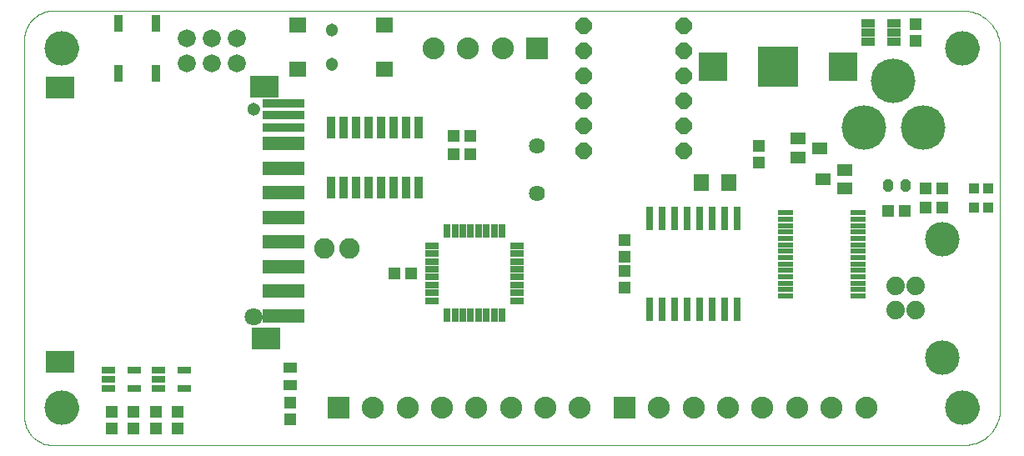
<source format=gts>
G75*
G70*
%OFA0B0*%
%FSLAX24Y24*%
%IPPOS*%
%LPD*%
%AMOC8*
5,1,8,0,0,1.08239X$1,22.5*
%
%ADD10C,0.0000*%
%ADD11C,0.0640*%
%ADD12R,0.0513X0.0474*%
%ADD13R,0.0552X0.0395*%
%ADD14R,0.0474X0.0513*%
%ADD15R,0.0340X0.0880*%
%ADD16R,0.0552X0.0297*%
%ADD17R,0.1182X0.0867*%
%ADD18R,0.1655X0.0356*%
%ADD19R,0.1655X0.0552*%
%ADD20C,0.0513*%
%ADD21C,0.0710*%
%ADD22R,0.1175X0.1175*%
%ADD23R,0.1640X0.1640*%
%ADD24C,0.1380*%
%ADD25R,0.0380X0.0680*%
%ADD26R,0.0880X0.0880*%
%ADD27C,0.0880*%
%ADD28OC8,0.0640*%
%ADD29C,0.0720*%
%ADD30R,0.0316X0.0946*%
%ADD31C,0.0820*%
%ADD32R,0.0710X0.0631*%
%ADD33R,0.0300X0.0580*%
%ADD34R,0.0580X0.0300*%
%ADD35C,0.1780*%
%ADD36R,0.0630X0.0217*%
%ADD37R,0.0395X0.0395*%
%ADD38R,0.0631X0.0474*%
%ADD39C,0.0347*%
%ADD40R,0.0560X0.0325*%
%ADD41C,0.0740*%
%ADD42R,0.0631X0.0710*%
D10*
X001221Y000205D02*
X037671Y000205D01*
X037746Y000207D01*
X037820Y000213D01*
X037894Y000223D01*
X037967Y000236D01*
X038040Y000254D01*
X038111Y000275D01*
X038182Y000300D01*
X038251Y000328D01*
X038318Y000360D01*
X038384Y000396D01*
X038447Y000435D01*
X038509Y000477D01*
X038568Y000523D01*
X038625Y000571D01*
X038679Y000622D01*
X038730Y000676D01*
X038778Y000733D01*
X038824Y000792D01*
X038866Y000854D01*
X038905Y000918D01*
X038941Y000983D01*
X038973Y001050D01*
X039001Y001119D01*
X039026Y001190D01*
X039047Y001261D01*
X039065Y001334D01*
X039078Y001407D01*
X039088Y001481D01*
X039094Y001555D01*
X039096Y001630D01*
X039096Y016096D01*
X039094Y016171D01*
X039088Y016246D01*
X039079Y016320D01*
X039066Y016394D01*
X039049Y016467D01*
X039028Y016539D01*
X039004Y016610D01*
X038976Y016679D01*
X038945Y016747D01*
X038910Y016814D01*
X038872Y016878D01*
X038831Y016941D01*
X038787Y017001D01*
X038739Y017059D01*
X038689Y017115D01*
X038636Y017168D01*
X038580Y017218D01*
X038522Y017266D01*
X038462Y017310D01*
X038399Y017351D01*
X038335Y017389D01*
X038268Y017424D01*
X038200Y017455D01*
X038131Y017483D01*
X038060Y017507D01*
X037988Y017528D01*
X037915Y017545D01*
X037841Y017558D01*
X037767Y017567D01*
X037692Y017573D01*
X037617Y017575D01*
X001246Y017575D01*
X001179Y017573D01*
X001113Y017567D01*
X001047Y017558D01*
X000982Y017544D01*
X000917Y017527D01*
X000854Y017506D01*
X000792Y017481D01*
X000732Y017453D01*
X000673Y017421D01*
X000616Y017386D01*
X000562Y017348D01*
X000509Y017307D01*
X000460Y017263D01*
X000412Y017215D01*
X000368Y017166D01*
X000327Y017113D01*
X000289Y017059D01*
X000254Y017002D01*
X000222Y016943D01*
X000194Y016883D01*
X000169Y016821D01*
X000148Y016758D01*
X000131Y016693D01*
X000117Y016628D01*
X000108Y016562D01*
X000102Y016496D01*
X000100Y016429D01*
X000100Y001326D01*
X000102Y001261D01*
X000108Y001196D01*
X000117Y001131D01*
X000130Y001067D01*
X000147Y001004D01*
X000168Y000943D01*
X000192Y000882D01*
X000219Y000823D01*
X000250Y000766D01*
X000284Y000710D01*
X000322Y000657D01*
X000362Y000605D01*
X000406Y000557D01*
X000452Y000511D01*
X000500Y000467D01*
X000552Y000427D01*
X000605Y000389D01*
X000660Y000355D01*
X000718Y000324D01*
X000777Y000297D01*
X000838Y000273D01*
X000899Y000252D01*
X000962Y000235D01*
X001026Y000222D01*
X001091Y000213D01*
X001156Y000207D01*
X001221Y000205D01*
X000946Y001705D02*
X000948Y001755D01*
X000954Y001805D01*
X000964Y001855D01*
X000977Y001903D01*
X000994Y001951D01*
X001015Y001997D01*
X001039Y002041D01*
X001067Y002083D01*
X001098Y002123D01*
X001132Y002160D01*
X001169Y002195D01*
X001208Y002226D01*
X001249Y002255D01*
X001293Y002280D01*
X001339Y002302D01*
X001386Y002320D01*
X001434Y002334D01*
X001483Y002345D01*
X001533Y002352D01*
X001583Y002355D01*
X001634Y002354D01*
X001684Y002349D01*
X001734Y002340D01*
X001782Y002328D01*
X001830Y002311D01*
X001876Y002291D01*
X001921Y002268D01*
X001964Y002241D01*
X002004Y002211D01*
X002042Y002178D01*
X002077Y002142D01*
X002110Y002103D01*
X002139Y002062D01*
X002165Y002019D01*
X002188Y001974D01*
X002207Y001927D01*
X002222Y001879D01*
X002234Y001830D01*
X002242Y001780D01*
X002246Y001730D01*
X002246Y001680D01*
X002242Y001630D01*
X002234Y001580D01*
X002222Y001531D01*
X002207Y001483D01*
X002188Y001436D01*
X002165Y001391D01*
X002139Y001348D01*
X002110Y001307D01*
X002077Y001268D01*
X002042Y001232D01*
X002004Y001199D01*
X001964Y001169D01*
X001921Y001142D01*
X001876Y001119D01*
X001830Y001099D01*
X001782Y001082D01*
X001734Y001070D01*
X001684Y001061D01*
X001634Y001056D01*
X001583Y001055D01*
X001533Y001058D01*
X001483Y001065D01*
X001434Y001076D01*
X001386Y001090D01*
X001339Y001108D01*
X001293Y001130D01*
X001249Y001155D01*
X001208Y001184D01*
X001169Y001215D01*
X001132Y001250D01*
X001098Y001287D01*
X001067Y001327D01*
X001039Y001369D01*
X001015Y001413D01*
X000994Y001459D01*
X000977Y001507D01*
X000964Y001555D01*
X000954Y001605D01*
X000948Y001655D01*
X000946Y001705D01*
X008954Y005340D02*
X008956Y005375D01*
X008962Y005410D01*
X008972Y005444D01*
X008985Y005477D01*
X009002Y005508D01*
X009023Y005536D01*
X009046Y005563D01*
X009073Y005586D01*
X009101Y005607D01*
X009132Y005624D01*
X009165Y005637D01*
X009199Y005647D01*
X009234Y005653D01*
X009269Y005655D01*
X009304Y005653D01*
X009339Y005647D01*
X009373Y005637D01*
X009406Y005624D01*
X009437Y005607D01*
X009465Y005586D01*
X009492Y005563D01*
X009515Y005536D01*
X009536Y005508D01*
X009553Y005477D01*
X009566Y005444D01*
X009576Y005410D01*
X009582Y005375D01*
X009584Y005340D01*
X009582Y005305D01*
X009576Y005270D01*
X009566Y005236D01*
X009553Y005203D01*
X009536Y005172D01*
X009515Y005144D01*
X009492Y005117D01*
X009465Y005094D01*
X009437Y005073D01*
X009406Y005056D01*
X009373Y005043D01*
X009339Y005033D01*
X009304Y005027D01*
X009269Y005025D01*
X009234Y005027D01*
X009199Y005033D01*
X009165Y005043D01*
X009132Y005056D01*
X009101Y005073D01*
X009073Y005094D01*
X009046Y005117D01*
X009023Y005144D01*
X009002Y005172D01*
X008985Y005203D01*
X008972Y005236D01*
X008962Y005270D01*
X008956Y005305D01*
X008954Y005340D01*
X009052Y013647D02*
X009054Y013676D01*
X009060Y013704D01*
X009069Y013732D01*
X009082Y013758D01*
X009099Y013781D01*
X009118Y013803D01*
X009140Y013822D01*
X009165Y013837D01*
X009191Y013850D01*
X009219Y013858D01*
X009247Y013863D01*
X009276Y013864D01*
X009305Y013861D01*
X009333Y013854D01*
X009360Y013844D01*
X009386Y013830D01*
X009409Y013813D01*
X009430Y013793D01*
X009448Y013770D01*
X009463Y013745D01*
X009474Y013718D01*
X009482Y013690D01*
X009486Y013661D01*
X009486Y013633D01*
X009482Y013604D01*
X009474Y013576D01*
X009463Y013549D01*
X009448Y013524D01*
X009430Y013501D01*
X009409Y013481D01*
X009386Y013464D01*
X009360Y013450D01*
X009333Y013440D01*
X009305Y013433D01*
X009276Y013430D01*
X009247Y013431D01*
X009219Y013436D01*
X009191Y013444D01*
X009165Y013457D01*
X009140Y013472D01*
X009118Y013491D01*
X009099Y013513D01*
X009082Y013536D01*
X009069Y013562D01*
X009060Y013590D01*
X009054Y013618D01*
X009052Y013647D01*
X012158Y015427D02*
X012160Y015456D01*
X012166Y015484D01*
X012175Y015512D01*
X012188Y015538D01*
X012205Y015561D01*
X012224Y015583D01*
X012246Y015602D01*
X012271Y015617D01*
X012297Y015630D01*
X012325Y015638D01*
X012353Y015643D01*
X012382Y015644D01*
X012411Y015641D01*
X012439Y015634D01*
X012466Y015624D01*
X012492Y015610D01*
X012515Y015593D01*
X012536Y015573D01*
X012554Y015550D01*
X012569Y015525D01*
X012580Y015498D01*
X012588Y015470D01*
X012592Y015441D01*
X012592Y015413D01*
X012588Y015384D01*
X012580Y015356D01*
X012569Y015329D01*
X012554Y015304D01*
X012536Y015281D01*
X012515Y015261D01*
X012492Y015244D01*
X012466Y015230D01*
X012439Y015220D01*
X012411Y015213D01*
X012382Y015210D01*
X012353Y015211D01*
X012325Y015216D01*
X012297Y015224D01*
X012271Y015237D01*
X012246Y015252D01*
X012224Y015271D01*
X012205Y015293D01*
X012188Y015316D01*
X012175Y015342D01*
X012166Y015370D01*
X012160Y015398D01*
X012158Y015427D01*
X012158Y016805D02*
X012160Y016834D01*
X012166Y016862D01*
X012175Y016890D01*
X012188Y016916D01*
X012205Y016939D01*
X012224Y016961D01*
X012246Y016980D01*
X012271Y016995D01*
X012297Y017008D01*
X012325Y017016D01*
X012353Y017021D01*
X012382Y017022D01*
X012411Y017019D01*
X012439Y017012D01*
X012466Y017002D01*
X012492Y016988D01*
X012515Y016971D01*
X012536Y016951D01*
X012554Y016928D01*
X012569Y016903D01*
X012580Y016876D01*
X012588Y016848D01*
X012592Y016819D01*
X012592Y016791D01*
X012588Y016762D01*
X012580Y016734D01*
X012569Y016707D01*
X012554Y016682D01*
X012536Y016659D01*
X012515Y016639D01*
X012492Y016622D01*
X012466Y016608D01*
X012439Y016598D01*
X012411Y016591D01*
X012382Y016588D01*
X012353Y016589D01*
X012325Y016594D01*
X012297Y016602D01*
X012271Y016615D01*
X012246Y016630D01*
X012224Y016649D01*
X012205Y016671D01*
X012188Y016694D01*
X012175Y016720D01*
X012166Y016748D01*
X012160Y016776D01*
X012158Y016805D01*
X000946Y016080D02*
X000948Y016130D01*
X000954Y016180D01*
X000964Y016230D01*
X000977Y016278D01*
X000994Y016326D01*
X001015Y016372D01*
X001039Y016416D01*
X001067Y016458D01*
X001098Y016498D01*
X001132Y016535D01*
X001169Y016570D01*
X001208Y016601D01*
X001249Y016630D01*
X001293Y016655D01*
X001339Y016677D01*
X001386Y016695D01*
X001434Y016709D01*
X001483Y016720D01*
X001533Y016727D01*
X001583Y016730D01*
X001634Y016729D01*
X001684Y016724D01*
X001734Y016715D01*
X001782Y016703D01*
X001830Y016686D01*
X001876Y016666D01*
X001921Y016643D01*
X001964Y016616D01*
X002004Y016586D01*
X002042Y016553D01*
X002077Y016517D01*
X002110Y016478D01*
X002139Y016437D01*
X002165Y016394D01*
X002188Y016349D01*
X002207Y016302D01*
X002222Y016254D01*
X002234Y016205D01*
X002242Y016155D01*
X002246Y016105D01*
X002246Y016055D01*
X002242Y016005D01*
X002234Y015955D01*
X002222Y015906D01*
X002207Y015858D01*
X002188Y015811D01*
X002165Y015766D01*
X002139Y015723D01*
X002110Y015682D01*
X002077Y015643D01*
X002042Y015607D01*
X002004Y015574D01*
X001964Y015544D01*
X001921Y015517D01*
X001876Y015494D01*
X001830Y015474D01*
X001782Y015457D01*
X001734Y015445D01*
X001684Y015436D01*
X001634Y015431D01*
X001583Y015430D01*
X001533Y015433D01*
X001483Y015440D01*
X001434Y015451D01*
X001386Y015465D01*
X001339Y015483D01*
X001293Y015505D01*
X001249Y015530D01*
X001208Y015559D01*
X001169Y015590D01*
X001132Y015625D01*
X001098Y015662D01*
X001067Y015702D01*
X001039Y015744D01*
X001015Y015788D01*
X000994Y015834D01*
X000977Y015882D01*
X000964Y015930D01*
X000954Y015980D01*
X000948Y016030D01*
X000946Y016080D01*
X036946Y016080D02*
X036948Y016130D01*
X036954Y016180D01*
X036964Y016230D01*
X036977Y016278D01*
X036994Y016326D01*
X037015Y016372D01*
X037039Y016416D01*
X037067Y016458D01*
X037098Y016498D01*
X037132Y016535D01*
X037169Y016570D01*
X037208Y016601D01*
X037249Y016630D01*
X037293Y016655D01*
X037339Y016677D01*
X037386Y016695D01*
X037434Y016709D01*
X037483Y016720D01*
X037533Y016727D01*
X037583Y016730D01*
X037634Y016729D01*
X037684Y016724D01*
X037734Y016715D01*
X037782Y016703D01*
X037830Y016686D01*
X037876Y016666D01*
X037921Y016643D01*
X037964Y016616D01*
X038004Y016586D01*
X038042Y016553D01*
X038077Y016517D01*
X038110Y016478D01*
X038139Y016437D01*
X038165Y016394D01*
X038188Y016349D01*
X038207Y016302D01*
X038222Y016254D01*
X038234Y016205D01*
X038242Y016155D01*
X038246Y016105D01*
X038246Y016055D01*
X038242Y016005D01*
X038234Y015955D01*
X038222Y015906D01*
X038207Y015858D01*
X038188Y015811D01*
X038165Y015766D01*
X038139Y015723D01*
X038110Y015682D01*
X038077Y015643D01*
X038042Y015607D01*
X038004Y015574D01*
X037964Y015544D01*
X037921Y015517D01*
X037876Y015494D01*
X037830Y015474D01*
X037782Y015457D01*
X037734Y015445D01*
X037684Y015436D01*
X037634Y015431D01*
X037583Y015430D01*
X037533Y015433D01*
X037483Y015440D01*
X037434Y015451D01*
X037386Y015465D01*
X037339Y015483D01*
X037293Y015505D01*
X037249Y015530D01*
X037208Y015559D01*
X037169Y015590D01*
X037132Y015625D01*
X037098Y015662D01*
X037067Y015702D01*
X037039Y015744D01*
X037015Y015788D01*
X036994Y015834D01*
X036977Y015882D01*
X036964Y015930D01*
X036954Y015980D01*
X036948Y016030D01*
X036946Y016080D01*
X036946Y001705D02*
X036948Y001755D01*
X036954Y001805D01*
X036964Y001855D01*
X036977Y001903D01*
X036994Y001951D01*
X037015Y001997D01*
X037039Y002041D01*
X037067Y002083D01*
X037098Y002123D01*
X037132Y002160D01*
X037169Y002195D01*
X037208Y002226D01*
X037249Y002255D01*
X037293Y002280D01*
X037339Y002302D01*
X037386Y002320D01*
X037434Y002334D01*
X037483Y002345D01*
X037533Y002352D01*
X037583Y002355D01*
X037634Y002354D01*
X037684Y002349D01*
X037734Y002340D01*
X037782Y002328D01*
X037830Y002311D01*
X037876Y002291D01*
X037921Y002268D01*
X037964Y002241D01*
X038004Y002211D01*
X038042Y002178D01*
X038077Y002142D01*
X038110Y002103D01*
X038139Y002062D01*
X038165Y002019D01*
X038188Y001974D01*
X038207Y001927D01*
X038222Y001879D01*
X038234Y001830D01*
X038242Y001780D01*
X038246Y001730D01*
X038246Y001680D01*
X038242Y001630D01*
X038234Y001580D01*
X038222Y001531D01*
X038207Y001483D01*
X038188Y001436D01*
X038165Y001391D01*
X038139Y001348D01*
X038110Y001307D01*
X038077Y001268D01*
X038042Y001232D01*
X038004Y001199D01*
X037964Y001169D01*
X037921Y001142D01*
X037876Y001119D01*
X037830Y001099D01*
X037782Y001082D01*
X037734Y001070D01*
X037684Y001061D01*
X037634Y001056D01*
X037583Y001055D01*
X037533Y001058D01*
X037483Y001065D01*
X037434Y001076D01*
X037386Y001090D01*
X037339Y001108D01*
X037293Y001130D01*
X037249Y001155D01*
X037208Y001184D01*
X037169Y001215D01*
X037132Y001250D01*
X037098Y001287D01*
X037067Y001327D01*
X037039Y001369D01*
X037015Y001413D01*
X036994Y001459D01*
X036977Y001507D01*
X036964Y001555D01*
X036954Y001605D01*
X036948Y001655D01*
X036946Y001705D01*
D11*
X020596Y010255D03*
X020596Y012155D03*
D12*
X017931Y011830D03*
X017261Y011830D03*
X017261Y012580D03*
X017931Y012580D03*
X024096Y008415D03*
X024096Y007745D03*
X024096Y007165D03*
X024096Y006495D03*
X010721Y001915D03*
X010721Y001245D03*
D13*
X010721Y002601D03*
X010721Y003309D03*
D14*
X006221Y001540D03*
X005346Y001540D03*
X004471Y001540D03*
X003596Y001540D03*
X003596Y000870D03*
X004471Y000870D03*
X005346Y000870D03*
X006221Y000870D03*
X014886Y007080D03*
X015556Y007080D03*
X029471Y011495D03*
X029471Y012165D03*
X034636Y009580D03*
X035306Y009580D03*
X036136Y009705D03*
X036806Y009705D03*
X036806Y010455D03*
X036136Y010455D03*
X035721Y016370D03*
X035721Y017040D03*
D15*
X015846Y012915D03*
X015346Y012915D03*
X014846Y012915D03*
X014346Y012915D03*
X013846Y012915D03*
X013346Y012915D03*
X012846Y012915D03*
X012346Y012915D03*
X012346Y010495D03*
X012846Y010495D03*
X013346Y010495D03*
X013846Y010495D03*
X014346Y010495D03*
X014846Y010495D03*
X015346Y010495D03*
X015846Y010495D03*
D16*
X006483Y003204D03*
X005459Y003204D03*
X005459Y002830D03*
X005459Y002456D03*
X006483Y002456D03*
X004483Y002456D03*
X003459Y002456D03*
X003459Y002830D03*
X003459Y003204D03*
X004483Y003204D03*
D17*
X001513Y003529D03*
X009742Y004474D03*
X009702Y014552D03*
X001513Y014513D03*
D18*
X010450Y013883D03*
X010450Y013411D03*
X010450Y012899D03*
D19*
X010450Y012269D03*
X010450Y011285D03*
X010450Y010300D03*
X010450Y009316D03*
X010450Y008332D03*
X010450Y007348D03*
X010450Y006363D03*
X010450Y005379D03*
D20*
X009269Y013647D03*
X012375Y015427D03*
X012375Y016805D03*
D21*
X009269Y005340D03*
D22*
X027621Y015330D03*
X032821Y015330D03*
D23*
X030221Y015330D03*
D24*
X037596Y016080D03*
X036791Y008450D03*
X036791Y003710D03*
X037596Y001705D03*
X001596Y001705D03*
X001596Y016080D03*
D25*
X003846Y015080D03*
X005346Y015080D03*
X005346Y017080D03*
X003846Y017080D03*
D26*
X020596Y016080D03*
X024096Y001705D03*
X012661Y001705D03*
D27*
X014039Y001705D03*
X015417Y001705D03*
X016795Y001705D03*
X018173Y001705D03*
X019551Y001705D03*
X020929Y001705D03*
X022306Y001705D03*
X025474Y001705D03*
X026852Y001705D03*
X028230Y001705D03*
X029608Y001705D03*
X030986Y001705D03*
X032364Y001705D03*
X033742Y001705D03*
X019218Y016080D03*
X017840Y016080D03*
X016462Y016080D03*
D28*
X022471Y015955D03*
X022471Y014955D03*
X022471Y013955D03*
X022471Y012955D03*
X022471Y011955D03*
X026471Y011955D03*
X026471Y012955D03*
X026471Y013955D03*
X026471Y014955D03*
X026471Y015955D03*
X026471Y016955D03*
X022471Y016955D03*
D29*
X008596Y016455D03*
X007596Y016455D03*
X006596Y016455D03*
X006596Y015455D03*
X007596Y015455D03*
X008596Y015455D03*
D30*
X025096Y009266D03*
X025596Y009266D03*
X026096Y009266D03*
X026596Y009266D03*
X027096Y009266D03*
X027596Y009266D03*
X028096Y009266D03*
X028596Y009266D03*
X028596Y005644D03*
X028096Y005644D03*
X027596Y005644D03*
X027096Y005644D03*
X026596Y005644D03*
X026096Y005644D03*
X025596Y005644D03*
X025096Y005644D03*
D31*
X013096Y008080D03*
X012096Y008080D03*
D32*
X011036Y015231D03*
X014501Y015231D03*
X014501Y017002D03*
X011036Y017002D03*
D33*
X016994Y008770D03*
X017309Y008770D03*
X017624Y008770D03*
X017939Y008770D03*
X018254Y008770D03*
X018569Y008770D03*
X018883Y008770D03*
X019198Y008770D03*
X019198Y005390D03*
X018883Y005390D03*
X018569Y005390D03*
X018254Y005390D03*
X017939Y005390D03*
X017624Y005390D03*
X017309Y005390D03*
X016994Y005390D03*
D34*
X016406Y005978D03*
X016406Y006293D03*
X016406Y006608D03*
X016406Y006923D03*
X016406Y007237D03*
X016406Y007552D03*
X016406Y007867D03*
X016406Y008182D03*
X019786Y008182D03*
X019786Y007867D03*
X019786Y007552D03*
X019786Y007237D03*
X019786Y006923D03*
X019786Y006608D03*
X019786Y006293D03*
X019786Y005978D03*
D35*
X033657Y012905D03*
X036020Y012905D03*
X034838Y014755D03*
D36*
X033410Y009493D03*
X033410Y009237D03*
X033410Y008982D03*
X033410Y008726D03*
X033410Y008470D03*
X033410Y008214D03*
X033410Y007958D03*
X033410Y007702D03*
X033410Y007446D03*
X033410Y007190D03*
X033410Y006934D03*
X033410Y006678D03*
X033410Y006423D03*
X033410Y006167D03*
X030532Y006167D03*
X030532Y006423D03*
X030532Y006678D03*
X030532Y006934D03*
X030532Y007190D03*
X030532Y007446D03*
X030532Y007702D03*
X030532Y007958D03*
X030532Y008214D03*
X030532Y008470D03*
X030532Y008726D03*
X030532Y008982D03*
X030532Y009237D03*
X030532Y009493D03*
D37*
X038051Y009705D03*
X038641Y009705D03*
X038641Y010455D03*
X038051Y010455D03*
D38*
X032904Y010456D03*
X032038Y010830D03*
X032904Y011204D03*
X031038Y011706D03*
X031904Y012080D03*
X031038Y012454D03*
D39*
X034577Y010663D02*
X034577Y010497D01*
X034577Y010663D02*
X034665Y010663D01*
X034665Y010497D01*
X034577Y010497D01*
X035277Y010497D02*
X035277Y010663D01*
X035365Y010663D01*
X035365Y010497D01*
X035277Y010497D01*
D40*
X034862Y016331D03*
X034862Y016705D03*
X034862Y017079D03*
X033830Y017079D03*
X033830Y016705D03*
X033830Y016331D03*
D41*
X034941Y006572D03*
X035721Y006572D03*
X035721Y005588D03*
X034941Y005588D03*
D42*
X028272Y010705D03*
X027170Y010705D03*
M02*

</source>
